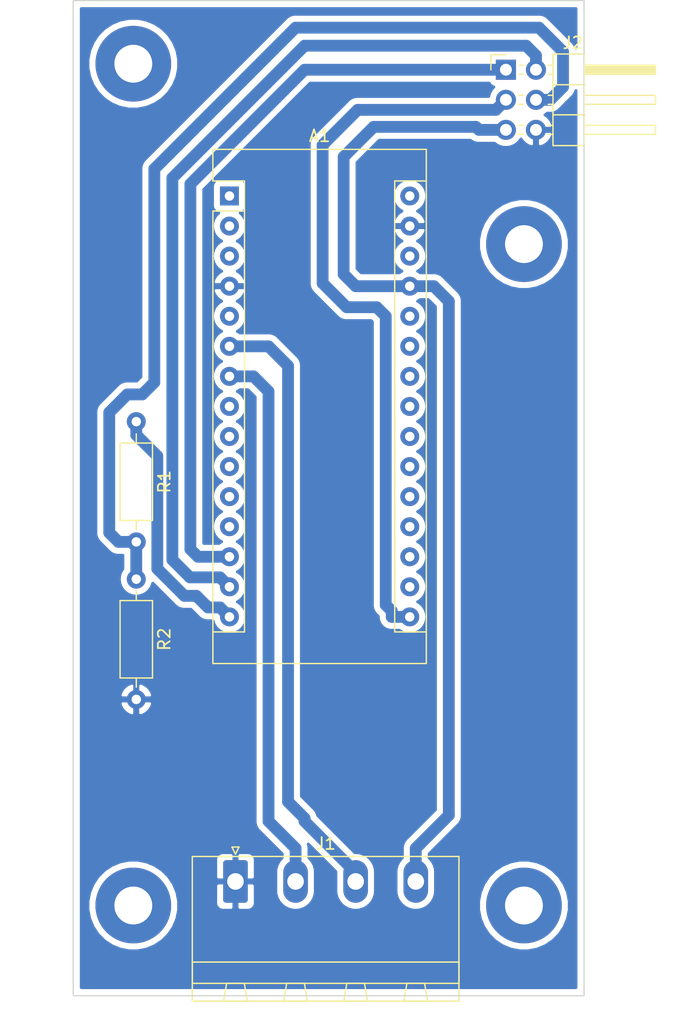
<source format=kicad_pcb>
(kicad_pcb (version 20171130) (host pcbnew "(5.1.2)-2")

  (general
    (thickness 1.6)
    (drawings 4)
    (tracks 71)
    (zones 0)
    (modules 9)
    (nets 31)
  )

  (page A4)
  (layers
    (0 F.Cu signal)
    (31 B.Cu signal)
    (32 B.Adhes user)
    (33 F.Adhes user)
    (34 B.Paste user)
    (35 F.Paste user)
    (36 B.SilkS user)
    (37 F.SilkS user)
    (38 B.Mask user)
    (39 F.Mask user)
    (40 Dwgs.User user)
    (41 Cmts.User user)
    (42 Eco1.User user)
    (43 Eco2.User user)
    (44 Edge.Cuts user)
    (45 Margin user)
    (46 B.CrtYd user)
    (47 F.CrtYd user)
    (48 B.Fab user)
    (49 F.Fab user)
  )

  (setup
    (last_trace_width 0.25)
    (trace_clearance 0.2)
    (zone_clearance 0.508)
    (zone_45_only no)
    (trace_min 0.2)
    (via_size 0.8)
    (via_drill 0.4)
    (via_min_size 0.4)
    (via_min_drill 0.3)
    (uvia_size 0.3)
    (uvia_drill 0.1)
    (uvias_allowed no)
    (uvia_min_size 0.2)
    (uvia_min_drill 0.1)
    (edge_width 0.05)
    (segment_width 0.2)
    (pcb_text_width 0.3)
    (pcb_text_size 1.5 1.5)
    (mod_edge_width 0.12)
    (mod_text_size 1 1)
    (mod_text_width 0.15)
    (pad_size 1.524 1.524)
    (pad_drill 0.762)
    (pad_to_mask_clearance 0.051)
    (solder_mask_min_width 0.25)
    (aux_axis_origin 0 0)
    (visible_elements 7FFFFFFF)
    (pcbplotparams
      (layerselection 0x010fc_ffffffff)
      (usegerberextensions false)
      (usegerberattributes false)
      (usegerberadvancedattributes false)
      (creategerberjobfile false)
      (excludeedgelayer true)
      (linewidth 0.100000)
      (plotframeref false)
      (viasonmask false)
      (mode 1)
      (useauxorigin false)
      (hpglpennumber 1)
      (hpglpenspeed 20)
      (hpglpendiameter 15.000000)
      (psnegative false)
      (psa4output false)
      (plotreference true)
      (plotvalue true)
      (plotinvisibletext false)
      (padsonsilk false)
      (subtractmaskfromsilk false)
      (outputformat 1)
      (mirror false)
      (drillshape 1)
      (scaleselection 1)
      (outputdirectory ""))
  )

  (net 0 "")
  (net 1 "Net-(A1-Pad15)")
  (net 2 "Net-(A1-Pad30)")
  (net 3 "Net-(A1-Pad28)")
  (net 4 "Net-(A1-Pad12)")
  (net 5 "Net-(A1-Pad11)")
  (net 6 "Net-(A1-Pad26)")
  (net 7 "Net-(A1-Pad10)")
  (net 8 "Net-(A1-Pad25)")
  (net 9 "Net-(A1-Pad9)")
  (net 10 "Net-(A1-Pad24)")
  (net 11 "Net-(A1-Pad8)")
  (net 12 "Net-(A1-Pad23)")
  (net 13 "Net-(A1-Pad7)")
  (net 14 "Net-(A1-Pad22)")
  (net 15 "Net-(A1-Pad6)")
  (net 16 "Net-(A1-Pad21)")
  (net 17 "Net-(A1-Pad5)")
  (net 18 "Net-(A1-Pad20)")
  (net 19 "Net-(A1-Pad19)")
  (net 20 "Net-(A1-Pad3)")
  (net 21 "Net-(A1-Pad18)")
  (net 22 "Net-(A1-Pad2)")
  (net 23 "Net-(A1-Pad17)")
  (net 24 "Net-(A1-Pad1)")
  (net 25 SCK)
  (net 26 GND)
  (net 27 CS)
  (net 28 +5V)
  (net 29 MISO)
  (net 30 MOSI)

  (net_class Default "To jest domyślna klasa połączeń."
    (clearance 0.2)
    (trace_width 0.25)
    (via_dia 0.8)
    (via_drill 0.4)
    (uvia_dia 0.3)
    (uvia_drill 0.1)
    (add_net +5V)
    (add_net CS)
    (add_net GND)
    (add_net MISO)
    (add_net MOSI)
    (add_net "Net-(A1-Pad1)")
    (add_net "Net-(A1-Pad10)")
    (add_net "Net-(A1-Pad11)")
    (add_net "Net-(A1-Pad12)")
    (add_net "Net-(A1-Pad15)")
    (add_net "Net-(A1-Pad17)")
    (add_net "Net-(A1-Pad18)")
    (add_net "Net-(A1-Pad19)")
    (add_net "Net-(A1-Pad2)")
    (add_net "Net-(A1-Pad20)")
    (add_net "Net-(A1-Pad21)")
    (add_net "Net-(A1-Pad22)")
    (add_net "Net-(A1-Pad23)")
    (add_net "Net-(A1-Pad24)")
    (add_net "Net-(A1-Pad25)")
    (add_net "Net-(A1-Pad26)")
    (add_net "Net-(A1-Pad28)")
    (add_net "Net-(A1-Pad3)")
    (add_net "Net-(A1-Pad30)")
    (add_net "Net-(A1-Pad5)")
    (add_net "Net-(A1-Pad6)")
    (add_net "Net-(A1-Pad7)")
    (add_net "Net-(A1-Pad8)")
    (add_net "Net-(A1-Pad9)")
    (add_net SCK)
  )

  (module Module:Arduino_Nano (layer F.Cu) (tedit 5EB9CA1E) (tstamp 5EB79258)
    (at 135.128 72.136)
    (descr "Arduino Nano, http://www.mouser.com/pdfdocs/Gravitech_Arduino_Nano3_0.pdf")
    (tags "Arduino Nano")
    (path /5EB793AF)
    (fp_text reference A1 (at 7.62 -5.08) (layer F.SilkS)
      (effects (font (size 1 1) (thickness 0.15)))
    )
    (fp_text value Arduino_Nano_v3.x (at 8.89 19.05 90) (layer F.Fab)
      (effects (font (size 1 1) (thickness 0.15)))
    )
    (fp_line (start 16.75 42.16) (end -1.53 42.16) (layer F.CrtYd) (width 0.05))
    (fp_line (start 16.75 42.16) (end 16.75 -4.06) (layer F.CrtYd) (width 0.05))
    (fp_line (start -1.53 -4.06) (end -1.53 42.16) (layer F.CrtYd) (width 0.05))
    (fp_line (start -1.53 -4.06) (end 16.75 -4.06) (layer F.CrtYd) (width 0.05))
    (fp_line (start 16.51 -3.81) (end 16.51 39.37) (layer F.Fab) (width 0.1))
    (fp_line (start 0 -3.81) (end 16.51 -3.81) (layer F.Fab) (width 0.1))
    (fp_line (start -1.27 -2.54) (end 0 -3.81) (layer F.Fab) (width 0.1))
    (fp_line (start -1.27 39.37) (end -1.27 -2.54) (layer F.Fab) (width 0.1))
    (fp_line (start 16.51 39.37) (end -1.27 39.37) (layer F.Fab) (width 0.1))
    (fp_line (start 16.64 -3.94) (end -1.4 -3.94) (layer F.SilkS) (width 0.12))
    (fp_line (start 16.64 39.5) (end 16.64 -3.94) (layer F.SilkS) (width 0.12))
    (fp_line (start -1.4 39.5) (end 16.64 39.5) (layer F.SilkS) (width 0.12))
    (fp_line (start 3.81 41.91) (end 3.81 31.75) (layer F.Fab) (width 0.1))
    (fp_line (start 11.43 41.91) (end 3.81 41.91) (layer F.Fab) (width 0.1))
    (fp_line (start 11.43 31.75) (end 11.43 41.91) (layer F.Fab) (width 0.1))
    (fp_line (start 3.81 31.75) (end 11.43 31.75) (layer F.Fab) (width 0.1))
    (fp_line (start 1.27 36.83) (end -1.4 36.83) (layer F.SilkS) (width 0.12))
    (fp_line (start 1.27 1.27) (end 1.27 36.83) (layer F.SilkS) (width 0.12))
    (fp_line (start 1.27 1.27) (end -1.4 1.27) (layer F.SilkS) (width 0.12))
    (fp_line (start 13.97 36.83) (end 16.64 36.83) (layer F.SilkS) (width 0.12))
    (fp_line (start 13.97 -1.27) (end 13.97 36.83) (layer F.SilkS) (width 0.12))
    (fp_line (start 13.97 -1.27) (end 16.64 -1.27) (layer F.SilkS) (width 0.12))
    (fp_line (start -1.4 -3.94) (end -1.4 -1.27) (layer F.SilkS) (width 0.12))
    (fp_line (start -1.4 1.27) (end -1.4 39.5) (layer F.SilkS) (width 0.12))
    (fp_line (start 1.27 -1.27) (end -1.4 -1.27) (layer F.SilkS) (width 0.12))
    (fp_line (start 1.27 1.27) (end 1.27 -1.27) (layer F.SilkS) (width 0.12))
    (fp_text user %R (at 6.35 19.05 90) (layer F.Fab)
      (effects (font (size 1 1) (thickness 0.15)))
    )
    (pad 16 thru_hole oval (at 15.24 35.56) (size 1.6 1.6) (drill 0.8) (layers *.Cu *.Mask)
      (net 25 SCK))
    (pad 15 thru_hole oval (at 0 35.56) (size 1.6 1.6) (drill 0.8) (layers *.Cu *.Mask)
      (net 1 "Net-(A1-Pad15)"))
    (pad 30 thru_hole oval (at 15.24 0) (size 1.6 1.6) (drill 0.8) (layers *.Cu *.Mask)
      (net 2 "Net-(A1-Pad30)"))
    (pad 14 thru_hole oval (at 0 33.02) (size 1.6 1.6) (drill 0.8) (layers *.Cu *.Mask)
      (net 30 MOSI))
    (pad 29 thru_hole oval (at 15.24 2.54) (size 1.6 1.6) (drill 0.8) (layers *.Cu *.Mask)
      (net 26 GND))
    (pad 13 thru_hole oval (at 0 30.48) (size 1.6 1.6) (drill 0.8) (layers *.Cu *.Mask)
      (net 27 CS))
    (pad 28 thru_hole oval (at 15.24 5.08) (size 1.6 1.6) (drill 0.8) (layers *.Cu *.Mask)
      (net 3 "Net-(A1-Pad28)"))
    (pad 12 thru_hole oval (at 0 27.94) (size 1.6 1.6) (drill 0.8) (layers *.Cu *.Mask)
      (net 4 "Net-(A1-Pad12)"))
    (pad 27 thru_hole oval (at 15.24 7.62) (size 1.6 1.6) (drill 0.8) (layers *.Cu *.Mask)
      (net 28 +5V))
    (pad 11 thru_hole oval (at 0 25.4) (size 1.6 1.6) (drill 0.8) (layers *.Cu *.Mask)
      (net 5 "Net-(A1-Pad11)"))
    (pad 26 thru_hole oval (at 15.24 10.16) (size 1.6 1.6) (drill 0.8) (layers *.Cu *.Mask)
      (net 6 "Net-(A1-Pad26)"))
    (pad 10 thru_hole oval (at 0 22.86) (size 1.6 1.6) (drill 0.8) (layers *.Cu *.Mask)
      (net 7 "Net-(A1-Pad10)"))
    (pad 25 thru_hole oval (at 15.24 12.7) (size 1.6 1.6) (drill 0.8) (layers *.Cu *.Mask)
      (net 8 "Net-(A1-Pad25)"))
    (pad 9 thru_hole oval (at 0 20.32) (size 1.6 1.6) (drill 0.8) (layers *.Cu *.Mask)
      (net 9 "Net-(A1-Pad9)"))
    (pad 24 thru_hole oval (at 15.24 15.24) (size 1.6 1.6) (drill 0.8) (layers *.Cu *.Mask)
      (net 10 "Net-(A1-Pad24)"))
    (pad 8 thru_hole oval (at 0 17.78) (size 1.6 1.6) (drill 0.8) (layers *.Cu *.Mask)
      (net 11 "Net-(A1-Pad8)"))
    (pad 23 thru_hole oval (at 15.24 17.78) (size 1.6 1.6) (drill 0.8) (layers *.Cu *.Mask)
      (net 12 "Net-(A1-Pad23)"))
    (pad 7 thru_hole oval (at 0 15.24) (size 1.6 1.6) (drill 0.8) (layers *.Cu *.Mask)
      (net 13 "Net-(A1-Pad7)"))
    (pad 22 thru_hole oval (at 15.24 20.32) (size 1.6 1.6) (drill 0.8) (layers *.Cu *.Mask)
      (net 14 "Net-(A1-Pad22)"))
    (pad 6 thru_hole oval (at 0 12.7) (size 1.6 1.6) (drill 0.8) (layers *.Cu *.Mask)
      (net 15 "Net-(A1-Pad6)"))
    (pad 21 thru_hole oval (at 15.24 22.86) (size 1.6 1.6) (drill 0.8) (layers *.Cu *.Mask)
      (net 16 "Net-(A1-Pad21)"))
    (pad 5 thru_hole oval (at 0 10.16) (size 1.6 1.6) (drill 0.8) (layers *.Cu *.Mask)
      (net 17 "Net-(A1-Pad5)"))
    (pad 20 thru_hole oval (at 15.24 25.4) (size 1.6 1.6) (drill 0.8) (layers *.Cu *.Mask)
      (net 18 "Net-(A1-Pad20)"))
    (pad 4 thru_hole oval (at 0 7.62) (size 1.6 1.6) (drill 0.8) (layers *.Cu *.Mask)
      (net 26 GND))
    (pad 19 thru_hole oval (at 15.24 27.94) (size 1.6 1.6) (drill 0.8) (layers *.Cu *.Mask)
      (net 19 "Net-(A1-Pad19)"))
    (pad 3 thru_hole oval (at 0 5.08) (size 1.6 1.6) (drill 0.8) (layers *.Cu *.Mask)
      (net 20 "Net-(A1-Pad3)"))
    (pad 18 thru_hole oval (at 15.24 30.48) (size 1.6 1.6) (drill 0.8) (layers *.Cu *.Mask)
      (net 21 "Net-(A1-Pad18)"))
    (pad 2 thru_hole oval (at 0 2.54) (size 1.6 1.6) (drill 0.8) (layers *.Cu *.Mask)
      (net 22 "Net-(A1-Pad2)"))
    (pad 17 thru_hole oval (at 15.24 33.02) (size 1.6 1.6) (drill 0.8) (layers *.Cu *.Mask)
      (net 23 "Net-(A1-Pad17)"))
    (pad 1 thru_hole rect (at 0 0) (size 1.6 1.6) (drill 0.8) (layers *.Cu *.Mask)
      (net 24 "Net-(A1-Pad1)"))
    (model ${KISYS3DMOD}/Module.3dshapes/Arduino_Nano_WithMountingHoles.wrl
      (at (xyz 0 0 0))
      (scale (xyz 1 1 1))
      (rotate (xyz 0 0 0))
    )
    (model ${KISYS3DMOD}/Connector_PinSocket_2.54mm.3dshapes/PinSocket_1x15_P2.54mm_Vertical.step
      (offset (xyz 15 0 0))
      (scale (xyz 1 1 1))
      (rotate (xyz 0 0 0))
    )
    (model ${KISYS3DMOD}/Connector_PinSocket_2.54mm.3dshapes/PinSocket_1x15_P2.54mm_Vertical.step
      (at (xyz 0 0 0))
      (scale (xyz 1 1 1))
      (rotate (xyz 0 0 0))
    )
    (model "${KISYS3DMOD}/Arduino.3dshapes/arduino nano.STEP"
      (offset (xyz 0 0 7.5))
      (scale (xyz 1 1 1))
      (rotate (xyz -90 0 90))
    )
  )

  (module MountingHole:MountingHole_3.2mm_M3_Pad (layer F.Cu) (tedit 56D1B4CB) (tstamp 5EB8019D)
    (at 127 60.96)
    (descr "Mounting Hole 3.2mm, M3")
    (tags "mounting hole 3.2mm m3")
    (attr virtual)
    (fp_text reference " " (at 0 -4.2) (layer F.SilkS)
      (effects (font (size 1 1) (thickness 0.15)))
    )
    (fp_text value MountingHole_3.2mm_M3_Pad (at 0 4.2) (layer F.Fab)
      (effects (font (size 1 1) (thickness 0.15)))
    )
    (fp_circle (center 0 0) (end 3.45 0) (layer F.CrtYd) (width 0.05))
    (fp_circle (center 0 0) (end 3.2 0) (layer Cmts.User) (width 0.15))
    (fp_text user %R (at 0.3 0) (layer F.Fab)
      (effects (font (size 1 1) (thickness 0.15)))
    )
    (pad 1 thru_hole circle (at 0 0) (size 6.4 6.4) (drill 3.2) (layers *.Cu *.Mask))
  )

  (module MountingHole:MountingHole_3.2mm_M3_Pad (layer F.Cu) (tedit 56D1B4CB) (tstamp 5EB80180)
    (at 160.02 76.2)
    (descr "Mounting Hole 3.2mm, M3")
    (tags "mounting hole 3.2mm m3")
    (attr virtual)
    (fp_text reference " " (at 0 -4.2) (layer F.SilkS)
      (effects (font (size 1 1) (thickness 0.15)))
    )
    (fp_text value MountingHole_3.2mm_M3_Pad (at 0 4.2) (layer F.Fab)
      (effects (font (size 1 1) (thickness 0.15)))
    )
    (fp_circle (center 0 0) (end 3.45 0) (layer F.CrtYd) (width 0.05))
    (fp_circle (center 0 0) (end 3.2 0) (layer Cmts.User) (width 0.15))
    (fp_text user %R (at 0.3 0) (layer F.Fab)
      (effects (font (size 1 1) (thickness 0.15)))
    )
    (pad 1 thru_hole circle (at 0 0) (size 6.4 6.4) (drill 3.2) (layers *.Cu *.Mask))
  )

  (module MountingHole:MountingHole_3.2mm_M3_Pad (layer F.Cu) (tedit 56D1B4CB) (tstamp 5EB80163)
    (at 127 132.08)
    (descr "Mounting Hole 3.2mm, M3")
    (tags "mounting hole 3.2mm m3")
    (attr virtual)
    (fp_text reference " " (at 0 -4.2) (layer F.SilkS)
      (effects (font (size 1 1) (thickness 0.15)))
    )
    (fp_text value MountingHole_3.2mm_M3_Pad (at 0 4.2) (layer F.Fab)
      (effects (font (size 1 1) (thickness 0.15)))
    )
    (fp_circle (center 0 0) (end 3.45 0) (layer F.CrtYd) (width 0.05))
    (fp_circle (center 0 0) (end 3.2 0) (layer Cmts.User) (width 0.15))
    (fp_text user %R (at 0.3 0) (layer F.Fab)
      (effects (font (size 1 1) (thickness 0.15)))
    )
    (pad 1 thru_hole circle (at 0 0) (size 6.4 6.4) (drill 3.2) (layers *.Cu *.Mask))
  )

  (module MountingHole:MountingHole_3.2mm_M3_Pad (layer F.Cu) (tedit 56D1B4CB) (tstamp 5EB80146)
    (at 160.02 132.08)
    (descr "Mounting Hole 3.2mm, M3")
    (tags "mounting hole 3.2mm m3")
    (attr virtual)
    (fp_text reference " " (at 0 -4.2) (layer F.SilkS)
      (effects (font (size 1 1) (thickness 0.15)))
    )
    (fp_text value MountingHole_3.2mm_M3_Pad (at 0 4.2) (layer F.Fab)
      (effects (font (size 1 1) (thickness 0.15)))
    )
    (fp_circle (center 0 0) (end 3.45 0) (layer F.CrtYd) (width 0.05))
    (fp_circle (center 0 0) (end 3.2 0) (layer Cmts.User) (width 0.15))
    (fp_text user %R (at 0.3 0) (layer F.Fab)
      (effects (font (size 1 1) (thickness 0.15)))
    )
    (pad 1 thru_hole circle (at 0 0) (size 6.4 6.4) (drill 3.2) (layers *.Cu *.Mask))
  )

  (module Connector_Phoenix_MSTB:PhoenixContact_MSTBA_2,5_4-G-5,08_1x04_P5.08mm_Horizontal (layer F.Cu) (tedit 5B785047) (tstamp 5EB7E646)
    (at 135.636 130.048)
    (descr "Generic Phoenix Contact connector footprint for: MSTBA_2,5/4-G-5,08; number of pins: 04; pin pitch: 5.08mm; Angled || order number: 1757268 12A || order number: 1923885 16A (HC)")
    (tags "phoenix_contact connector MSTBA_01x04_G_5.08mm")
    (path /5EB7B9D2)
    (fp_text reference J1 (at 7.62 -3.2) (layer F.SilkS)
      (effects (font (size 1 1) (thickness 0.15)))
    )
    (fp_text value Conn_01x04 (at 7.62 11.2) (layer F.Fab)
      (effects (font (size 1 1) (thickness 0.15)))
    )
    (fp_text user %R (at 7.62 -1.3) (layer F.Fab)
      (effects (font (size 1 1) (thickness 0.15)))
    )
    (fp_line (start 0 -0.5) (end -0.95 -2) (layer F.Fab) (width 0.1))
    (fp_line (start 0.95 -2) (end 0 -0.5) (layer F.Fab) (width 0.1))
    (fp_line (start -0.3 -2.91) (end 0.3 -2.91) (layer F.SilkS) (width 0.12))
    (fp_line (start 0 -2.31) (end -0.3 -2.91) (layer F.SilkS) (width 0.12))
    (fp_line (start 0.3 -2.91) (end 0 -2.31) (layer F.SilkS) (width 0.12))
    (fp_line (start 19.28 -2.5) (end -4.04 -2.5) (layer F.CrtYd) (width 0.05))
    (fp_line (start 19.28 10.5) (end 19.28 -2.5) (layer F.CrtYd) (width 0.05))
    (fp_line (start -4.04 10.5) (end 19.28 10.5) (layer F.CrtYd) (width 0.05))
    (fp_line (start -4.04 -2.5) (end -4.04 10.5) (layer F.CrtYd) (width 0.05))
    (fp_line (start 14.49 8.61) (end 14.24 10.11) (layer F.SilkS) (width 0.12))
    (fp_line (start 15.99 8.61) (end 14.49 8.61) (layer F.SilkS) (width 0.12))
    (fp_line (start 16.24 10.11) (end 15.99 8.61) (layer F.SilkS) (width 0.12))
    (fp_line (start 14.24 10.11) (end 16.24 10.11) (layer F.SilkS) (width 0.12))
    (fp_line (start 9.41 8.61) (end 9.16 10.11) (layer F.SilkS) (width 0.12))
    (fp_line (start 10.91 8.61) (end 9.41 8.61) (layer F.SilkS) (width 0.12))
    (fp_line (start 11.16 10.11) (end 10.91 8.61) (layer F.SilkS) (width 0.12))
    (fp_line (start 9.16 10.11) (end 11.16 10.11) (layer F.SilkS) (width 0.12))
    (fp_line (start 4.33 8.61) (end 4.08 10.11) (layer F.SilkS) (width 0.12))
    (fp_line (start 5.83 8.61) (end 4.33 8.61) (layer F.SilkS) (width 0.12))
    (fp_line (start 6.08 10.11) (end 5.83 8.61) (layer F.SilkS) (width 0.12))
    (fp_line (start 4.08 10.11) (end 6.08 10.11) (layer F.SilkS) (width 0.12))
    (fp_line (start -0.75 8.61) (end -1 10.11) (layer F.SilkS) (width 0.12))
    (fp_line (start 0.75 8.61) (end -0.75 8.61) (layer F.SilkS) (width 0.12))
    (fp_line (start 1 10.11) (end 0.75 8.61) (layer F.SilkS) (width 0.12))
    (fp_line (start -1 10.11) (end 1 10.11) (layer F.SilkS) (width 0.12))
    (fp_line (start 18.89 8.61) (end -3.65 8.61) (layer F.SilkS) (width 0.12))
    (fp_line (start 18.89 6.81) (end 18.89 8.61) (layer F.SilkS) (width 0.12))
    (fp_line (start -3.65 6.81) (end 18.89 6.81) (layer F.SilkS) (width 0.12))
    (fp_line (start -3.65 8.61) (end -3.65 6.81) (layer F.SilkS) (width 0.12))
    (fp_line (start 18.78 -2) (end -3.54 -2) (layer F.Fab) (width 0.1))
    (fp_line (start 18.78 10) (end 18.78 -2) (layer F.Fab) (width 0.1))
    (fp_line (start -3.54 10) (end 18.78 10) (layer F.Fab) (width 0.1))
    (fp_line (start -3.54 -2) (end -3.54 10) (layer F.Fab) (width 0.1))
    (fp_line (start 18.89 -2.11) (end -3.65 -2.11) (layer F.SilkS) (width 0.12))
    (fp_line (start 18.89 10.11) (end 18.89 -2.11) (layer F.SilkS) (width 0.12))
    (fp_line (start -3.65 10.11) (end 18.89 10.11) (layer F.SilkS) (width 0.12))
    (fp_line (start -3.65 -2.11) (end -3.65 10.11) (layer F.SilkS) (width 0.12))
    (pad 4 thru_hole oval (at 15.24 0) (size 2.08 3.6) (drill 1.4) (layers *.Cu *.Mask)
      (net 28 +5V))
    (pad 3 thru_hole oval (at 10.16 0) (size 2.08 3.6) (drill 1.4) (layers *.Cu *.Mask)
      (net 15 "Net-(A1-Pad6)"))
    (pad 2 thru_hole oval (at 5.08 0) (size 2.08 3.6) (drill 1.4) (layers *.Cu *.Mask)
      (net 13 "Net-(A1-Pad7)"))
    (pad 1 thru_hole roundrect (at 0 0) (size 2.08 3.6) (drill 1.4) (layers *.Cu *.Mask) (roundrect_rratio 0.120192)
      (net 26 GND))
    (model ${KISYS3DMOD}/Connector_Phoenix_MSTB.3dshapes/PhoenixContact_MSTBA_2,5_4-G-5,08_1x04_P5.08mm_Horizontal.wrl
      (at (xyz 0 0 0))
      (scale (xyz 1 1 1))
      (rotate (xyz 0 0 0))
    )
  )

  (module Resistor_THT:R_Axial_DIN0207_L6.3mm_D2.5mm_P10.16mm_Horizontal (layer F.Cu) (tedit 5AE5139B) (tstamp 5EB7E6BD)
    (at 127.252 104.508 270)
    (descr "Resistor, Axial_DIN0207 series, Axial, Horizontal, pin pitch=10.16mm, 0.25W = 1/4W, length*diameter=6.3*2.5mm^2, http://cdn-reichelt.de/documents/datenblatt/B400/1_4W%23YAG.pdf")
    (tags "Resistor Axial_DIN0207 series Axial Horizontal pin pitch 10.16mm 0.25W = 1/4W length 6.3mm diameter 2.5mm")
    (path /5EB7CC99)
    (fp_text reference R2 (at 5.08 -2.37 90) (layer F.SilkS)
      (effects (font (size 1 1) (thickness 0.15)))
    )
    (fp_text value R (at 5.08 2.37 90) (layer F.Fab)
      (effects (font (size 1 1) (thickness 0.15)))
    )
    (fp_text user %R (at 5.08 0 90) (layer F.Fab)
      (effects (font (size 1 1) (thickness 0.15)))
    )
    (fp_line (start 11.21 -1.5) (end -1.05 -1.5) (layer F.CrtYd) (width 0.05))
    (fp_line (start 11.21 1.5) (end 11.21 -1.5) (layer F.CrtYd) (width 0.05))
    (fp_line (start -1.05 1.5) (end 11.21 1.5) (layer F.CrtYd) (width 0.05))
    (fp_line (start -1.05 -1.5) (end -1.05 1.5) (layer F.CrtYd) (width 0.05))
    (fp_line (start 9.12 0) (end 8.35 0) (layer F.SilkS) (width 0.12))
    (fp_line (start 1.04 0) (end 1.81 0) (layer F.SilkS) (width 0.12))
    (fp_line (start 8.35 -1.37) (end 1.81 -1.37) (layer F.SilkS) (width 0.12))
    (fp_line (start 8.35 1.37) (end 8.35 -1.37) (layer F.SilkS) (width 0.12))
    (fp_line (start 1.81 1.37) (end 8.35 1.37) (layer F.SilkS) (width 0.12))
    (fp_line (start 1.81 -1.37) (end 1.81 1.37) (layer F.SilkS) (width 0.12))
    (fp_line (start 10.16 0) (end 8.23 0) (layer F.Fab) (width 0.1))
    (fp_line (start 0 0) (end 1.93 0) (layer F.Fab) (width 0.1))
    (fp_line (start 8.23 -1.25) (end 1.93 -1.25) (layer F.Fab) (width 0.1))
    (fp_line (start 8.23 1.25) (end 8.23 -1.25) (layer F.Fab) (width 0.1))
    (fp_line (start 1.93 1.25) (end 8.23 1.25) (layer F.Fab) (width 0.1))
    (fp_line (start 1.93 -1.25) (end 1.93 1.25) (layer F.Fab) (width 0.1))
    (pad 2 thru_hole oval (at 10.16 0 270) (size 1.6 1.6) (drill 0.8) (layers *.Cu *.Mask)
      (net 26 GND))
    (pad 1 thru_hole circle (at 0 0 270) (size 1.6 1.6) (drill 0.8) (layers *.Cu *.Mask)
      (net 29 MISO))
    (model ${KISYS3DMOD}/Resistor_THT.3dshapes/R_Axial_DIN0207_L6.3mm_D2.5mm_P10.16mm_Horizontal.wrl
      (at (xyz 0 0 0))
      (scale (xyz 1 1 1))
      (rotate (xyz 0 0 0))
    )
  )

  (module Resistor_THT:R_Axial_DIN0207_L6.3mm_D2.5mm_P10.16mm_Horizontal (layer F.Cu) (tedit 5AE5139B) (tstamp 5EB7E6A6)
    (at 127.252 91.198 270)
    (descr "Resistor, Axial_DIN0207 series, Axial, Horizontal, pin pitch=10.16mm, 0.25W = 1/4W, length*diameter=6.3*2.5mm^2, http://cdn-reichelt.de/documents/datenblatt/B400/1_4W%23YAG.pdf")
    (tags "Resistor Axial_DIN0207 series Axial Horizontal pin pitch 10.16mm 0.25W = 1/4W length 6.3mm diameter 2.5mm")
    (path /5EB7C9D3)
    (fp_text reference R1 (at 5.08 -2.37 90) (layer F.SilkS)
      (effects (font (size 1 1) (thickness 0.15)))
    )
    (fp_text value R (at 5.08 2.37 90) (layer F.Fab)
      (effects (font (size 1 1) (thickness 0.15)))
    )
    (fp_text user %R (at 5.08 0 90) (layer F.Fab)
      (effects (font (size 1 1) (thickness 0.15)))
    )
    (fp_line (start 11.21 -1.5) (end -1.05 -1.5) (layer F.CrtYd) (width 0.05))
    (fp_line (start 11.21 1.5) (end 11.21 -1.5) (layer F.CrtYd) (width 0.05))
    (fp_line (start -1.05 1.5) (end 11.21 1.5) (layer F.CrtYd) (width 0.05))
    (fp_line (start -1.05 -1.5) (end -1.05 1.5) (layer F.CrtYd) (width 0.05))
    (fp_line (start 9.12 0) (end 8.35 0) (layer F.SilkS) (width 0.12))
    (fp_line (start 1.04 0) (end 1.81 0) (layer F.SilkS) (width 0.12))
    (fp_line (start 8.35 -1.37) (end 1.81 -1.37) (layer F.SilkS) (width 0.12))
    (fp_line (start 8.35 1.37) (end 8.35 -1.37) (layer F.SilkS) (width 0.12))
    (fp_line (start 1.81 1.37) (end 8.35 1.37) (layer F.SilkS) (width 0.12))
    (fp_line (start 1.81 -1.37) (end 1.81 1.37) (layer F.SilkS) (width 0.12))
    (fp_line (start 10.16 0) (end 8.23 0) (layer F.Fab) (width 0.1))
    (fp_line (start 0 0) (end 1.93 0) (layer F.Fab) (width 0.1))
    (fp_line (start 8.23 -1.25) (end 1.93 -1.25) (layer F.Fab) (width 0.1))
    (fp_line (start 8.23 1.25) (end 8.23 -1.25) (layer F.Fab) (width 0.1))
    (fp_line (start 1.93 1.25) (end 8.23 1.25) (layer F.Fab) (width 0.1))
    (fp_line (start 1.93 -1.25) (end 1.93 1.25) (layer F.Fab) (width 0.1))
    (pad 2 thru_hole oval (at 10.16 0 270) (size 1.6 1.6) (drill 0.8) (layers *.Cu *.Mask)
      (net 29 MISO))
    (pad 1 thru_hole circle (at 0 0 270) (size 1.6 1.6) (drill 0.8) (layers *.Cu *.Mask)
      (net 1 "Net-(A1-Pad15)"))
    (model ${KISYS3DMOD}/Resistor_THT.3dshapes/R_Axial_DIN0207_L6.3mm_D2.5mm_P10.16mm_Horizontal.wrl
      (at (xyz 0 0 0))
      (scale (xyz 1 1 1))
      (rotate (xyz 0 0 0))
    )
  )

  (module Connector_PinHeader_2.54mm:PinHeader_2x03_P2.54mm_Horizontal (layer F.Cu) (tedit 59FED5CB) (tstamp 5EB7E68F)
    (at 158.496 61.468)
    (descr "Through hole angled pin header, 2x03, 2.54mm pitch, 6mm pin length, double rows")
    (tags "Through hole angled pin header THT 2x03 2.54mm double row")
    (path /5EB7A0A9)
    (fp_text reference J2 (at 5.655 -2.27) (layer F.SilkS)
      (effects (font (size 1 1) (thickness 0.15)))
    )
    (fp_text value Conn_02x03_Odd_Even (at 5.655 7.35) (layer F.Fab)
      (effects (font (size 1 1) (thickness 0.15)))
    )
    (fp_text user %R (at 5.31 2.54 90) (layer F.Fab)
      (effects (font (size 1 1) (thickness 0.15)))
    )
    (fp_line (start 13.1 -1.8) (end -1.8 -1.8) (layer F.CrtYd) (width 0.05))
    (fp_line (start 13.1 6.85) (end 13.1 -1.8) (layer F.CrtYd) (width 0.05))
    (fp_line (start -1.8 6.85) (end 13.1 6.85) (layer F.CrtYd) (width 0.05))
    (fp_line (start -1.8 -1.8) (end -1.8 6.85) (layer F.CrtYd) (width 0.05))
    (fp_line (start -1.27 -1.27) (end 0 -1.27) (layer F.SilkS) (width 0.12))
    (fp_line (start -1.27 0) (end -1.27 -1.27) (layer F.SilkS) (width 0.12))
    (fp_line (start 1.042929 5.46) (end 1.497071 5.46) (layer F.SilkS) (width 0.12))
    (fp_line (start 1.042929 4.7) (end 1.497071 4.7) (layer F.SilkS) (width 0.12))
    (fp_line (start 3.582929 5.46) (end 3.98 5.46) (layer F.SilkS) (width 0.12))
    (fp_line (start 3.582929 4.7) (end 3.98 4.7) (layer F.SilkS) (width 0.12))
    (fp_line (start 12.64 5.46) (end 6.64 5.46) (layer F.SilkS) (width 0.12))
    (fp_line (start 12.64 4.7) (end 12.64 5.46) (layer F.SilkS) (width 0.12))
    (fp_line (start 6.64 4.7) (end 12.64 4.7) (layer F.SilkS) (width 0.12))
    (fp_line (start 3.98 3.81) (end 6.64 3.81) (layer F.SilkS) (width 0.12))
    (fp_line (start 1.042929 2.92) (end 1.497071 2.92) (layer F.SilkS) (width 0.12))
    (fp_line (start 1.042929 2.16) (end 1.497071 2.16) (layer F.SilkS) (width 0.12))
    (fp_line (start 3.582929 2.92) (end 3.98 2.92) (layer F.SilkS) (width 0.12))
    (fp_line (start 3.582929 2.16) (end 3.98 2.16) (layer F.SilkS) (width 0.12))
    (fp_line (start 12.64 2.92) (end 6.64 2.92) (layer F.SilkS) (width 0.12))
    (fp_line (start 12.64 2.16) (end 12.64 2.92) (layer F.SilkS) (width 0.12))
    (fp_line (start 6.64 2.16) (end 12.64 2.16) (layer F.SilkS) (width 0.12))
    (fp_line (start 3.98 1.27) (end 6.64 1.27) (layer F.SilkS) (width 0.12))
    (fp_line (start 1.11 0.38) (end 1.497071 0.38) (layer F.SilkS) (width 0.12))
    (fp_line (start 1.11 -0.38) (end 1.497071 -0.38) (layer F.SilkS) (width 0.12))
    (fp_line (start 3.582929 0.38) (end 3.98 0.38) (layer F.SilkS) (width 0.12))
    (fp_line (start 3.582929 -0.38) (end 3.98 -0.38) (layer F.SilkS) (width 0.12))
    (fp_line (start 6.64 0.28) (end 12.64 0.28) (layer F.SilkS) (width 0.12))
    (fp_line (start 6.64 0.16) (end 12.64 0.16) (layer F.SilkS) (width 0.12))
    (fp_line (start 6.64 0.04) (end 12.64 0.04) (layer F.SilkS) (width 0.12))
    (fp_line (start 6.64 -0.08) (end 12.64 -0.08) (layer F.SilkS) (width 0.12))
    (fp_line (start 6.64 -0.2) (end 12.64 -0.2) (layer F.SilkS) (width 0.12))
    (fp_line (start 6.64 -0.32) (end 12.64 -0.32) (layer F.SilkS) (width 0.12))
    (fp_line (start 12.64 0.38) (end 6.64 0.38) (layer F.SilkS) (width 0.12))
    (fp_line (start 12.64 -0.38) (end 12.64 0.38) (layer F.SilkS) (width 0.12))
    (fp_line (start 6.64 -0.38) (end 12.64 -0.38) (layer F.SilkS) (width 0.12))
    (fp_line (start 6.64 -1.33) (end 3.98 -1.33) (layer F.SilkS) (width 0.12))
    (fp_line (start 6.64 6.41) (end 6.64 -1.33) (layer F.SilkS) (width 0.12))
    (fp_line (start 3.98 6.41) (end 6.64 6.41) (layer F.SilkS) (width 0.12))
    (fp_line (start 3.98 -1.33) (end 3.98 6.41) (layer F.SilkS) (width 0.12))
    (fp_line (start 6.58 5.4) (end 12.58 5.4) (layer F.Fab) (width 0.1))
    (fp_line (start 12.58 4.76) (end 12.58 5.4) (layer F.Fab) (width 0.1))
    (fp_line (start 6.58 4.76) (end 12.58 4.76) (layer F.Fab) (width 0.1))
    (fp_line (start -0.32 5.4) (end 4.04 5.4) (layer F.Fab) (width 0.1))
    (fp_line (start -0.32 4.76) (end -0.32 5.4) (layer F.Fab) (width 0.1))
    (fp_line (start -0.32 4.76) (end 4.04 4.76) (layer F.Fab) (width 0.1))
    (fp_line (start 6.58 2.86) (end 12.58 2.86) (layer F.Fab) (width 0.1))
    (fp_line (start 12.58 2.22) (end 12.58 2.86) (layer F.Fab) (width 0.1))
    (fp_line (start 6.58 2.22) (end 12.58 2.22) (layer F.Fab) (width 0.1))
    (fp_line (start -0.32 2.86) (end 4.04 2.86) (layer F.Fab) (width 0.1))
    (fp_line (start -0.32 2.22) (end -0.32 2.86) (layer F.Fab) (width 0.1))
    (fp_line (start -0.32 2.22) (end 4.04 2.22) (layer F.Fab) (width 0.1))
    (fp_line (start 6.58 0.32) (end 12.58 0.32) (layer F.Fab) (width 0.1))
    (fp_line (start 12.58 -0.32) (end 12.58 0.32) (layer F.Fab) (width 0.1))
    (fp_line (start 6.58 -0.32) (end 12.58 -0.32) (layer F.Fab) (width 0.1))
    (fp_line (start -0.32 0.32) (end 4.04 0.32) (layer F.Fab) (width 0.1))
    (fp_line (start -0.32 -0.32) (end -0.32 0.32) (layer F.Fab) (width 0.1))
    (fp_line (start -0.32 -0.32) (end 4.04 -0.32) (layer F.Fab) (width 0.1))
    (fp_line (start 4.04 -0.635) (end 4.675 -1.27) (layer F.Fab) (width 0.1))
    (fp_line (start 4.04 6.35) (end 4.04 -0.635) (layer F.Fab) (width 0.1))
    (fp_line (start 6.58 6.35) (end 4.04 6.35) (layer F.Fab) (width 0.1))
    (fp_line (start 6.58 -1.27) (end 6.58 6.35) (layer F.Fab) (width 0.1))
    (fp_line (start 4.675 -1.27) (end 6.58 -1.27) (layer F.Fab) (width 0.1))
    (pad 6 thru_hole oval (at 2.54 5.08) (size 1.7 1.7) (drill 1) (layers *.Cu *.Mask)
      (net 26 GND))
    (pad 5 thru_hole oval (at 0 5.08) (size 1.7 1.7) (drill 1) (layers *.Cu *.Mask)
      (net 28 +5V))
    (pad 4 thru_hole oval (at 2.54 2.54) (size 1.7 1.7) (drill 1) (layers *.Cu *.Mask)
      (net 29 MISO))
    (pad 3 thru_hole oval (at 0 2.54) (size 1.7 1.7) (drill 1) (layers *.Cu *.Mask)
      (net 25 SCK))
    (pad 2 thru_hole oval (at 2.54 0) (size 1.7 1.7) (drill 1) (layers *.Cu *.Mask)
      (net 30 MOSI))
    (pad 1 thru_hole rect (at 0 0) (size 1.7 1.7) (drill 1) (layers *.Cu *.Mask)
      (net 27 CS))
    (model ${KISYS3DMOD}/Connector_PinHeader_2.54mm.3dshapes/PinHeader_2x03_P2.54mm_Horizontal.wrl
      (at (xyz 0 0 0))
      (scale (xyz 1 1 1))
      (rotate (xyz 0 0 0))
    )
  )

  (gr_line (start 121.92 55.626) (end 121.92 139.7) (layer Edge.Cuts) (width 0.1))
  (gr_line (start 165.1 55.626) (end 121.92 55.626) (layer Edge.Cuts) (width 0.1))
  (gr_line (start 165.1 139.7) (end 165.1 55.626) (layer Edge.Cuts) (width 0.1))
  (gr_line (start 121.92 139.7) (end 165.1 139.7) (layer Edge.Cuts) (width 0.1))

  (segment (start 127.252 92.32937) (end 129.032 94.10937) (width 1) (layer B.Cu) (net 1))
  (segment (start 127.252 91.198) (end 127.252 92.32937) (width 1) (layer B.Cu) (net 1))
  (segment (start 129.032 94.10937) (end 129.032 103.632) (width 1) (layer B.Cu) (net 1))
  (segment (start 129.032 103.632) (end 131.318 105.918) (width 1) (layer B.Cu) (net 1))
  (segment (start 131.318 105.918) (end 132.334 105.918) (width 1) (layer B.Cu) (net 1))
  (segment (start 133.312001 106.896001) (end 132.334 105.918) (width 1) (layer B.Cu) (net 1))
  (segment (start 134.328001 106.896001) (end 133.312001 106.896001) (width 1) (layer B.Cu) (net 1))
  (segment (start 135.128 107.696) (end 134.328001 106.896001) (width 1) (layer B.Cu) (net 1))
  (segment (start 140.716 127.248) (end 140.716 130.048) (width 1) (layer B.Cu) (net 13))
  (segment (start 138.43 124.962) (end 140.716 127.248) (width 1) (layer B.Cu) (net 13))
  (segment (start 138.43 88.646) (end 138.43 124.962) (width 1) (layer B.Cu) (net 13))
  (segment (start 135.128 87.376) (end 137.16 87.376) (width 1) (layer B.Cu) (net 13))
  (segment (start 137.16 87.376) (end 138.43 88.646) (width 1) (layer B.Cu) (net 13))
  (segment (start 145.796 129.288) (end 145.796 130.048) (width 1) (layer B.Cu) (net 15))
  (segment (start 141.478 124.97) (end 145.796 129.288) (width 1) (layer B.Cu) (net 15))
  (segment (start 135.128 84.836) (end 138.43 84.836) (width 1) (layer B.Cu) (net 15))
  (segment (start 141.478 124.97) (end 141.478 124.714) (width 1) (layer B.Cu) (net 15))
  (segment (start 140.081 123.317) (end 140.081 86.487) (width 1) (layer B.Cu) (net 15))
  (segment (start 141.478 124.714) (end 140.081 123.317) (width 1) (layer B.Cu) (net 15))
  (segment (start 138.43 84.836) (end 140.081 86.487) (width 1) (layer B.Cu) (net 15))
  (segment (start 158.496 64.008) (end 157.646001 64.857999) (width 1) (layer B.Cu) (net 25))
  (segment (start 157.646001 64.857999) (end 145.962001 64.857999) (width 1) (layer B.Cu) (net 25))
  (segment (start 150.368 107.696) (end 148.844 107.696) (width 1) (layer B.Cu) (net 25))
  (segment (start 148.844 107.696) (end 148.844 107.188) (width 1) (layer B.Cu) (net 25))
  (segment (start 148.844 107.188) (end 148.336 106.68) (width 1) (layer B.Cu) (net 25))
  (segment (start 148.336 106.68) (end 148.336 82.296) (width 1) (layer B.Cu) (net 25))
  (segment (start 148.336 82.296) (end 147.574 81.534) (width 1) (layer B.Cu) (net 25))
  (segment (start 147.574 81.534) (end 145.034 81.534) (width 1) (layer B.Cu) (net 25))
  (segment (start 143.002 79.502) (end 143.002 67.818) (width 1) (layer B.Cu) (net 25))
  (segment (start 145.034 81.534) (end 143.002 79.502) (width 1) (layer B.Cu) (net 25))
  (segment (start 145.962001 64.857999) (end 143.002 67.818) (width 1) (layer B.Cu) (net 25))
  (segment (start 141.478 61.468) (end 158.496 61.468) (width 1) (layer B.Cu) (net 27))
  (segment (start 131.826 71.12) (end 141.478 61.468) (width 1) (layer B.Cu) (net 27))
  (segment (start 131.826 101.981) (end 131.826 71.12) (width 1) (layer B.Cu) (net 27))
  (segment (start 135.128 102.616) (end 132.461 102.616) (width 1) (layer B.Cu) (net 27))
  (segment (start 132.461 102.616) (end 131.826 101.981) (width 1) (layer B.Cu) (net 27))
  (segment (start 152.4 79.756) (end 150.368 79.756) (width 1) (layer B.Cu) (net 28))
  (segment (start 150.876 127.248) (end 153.67 124.454) (width 1) (layer B.Cu) (net 28))
  (segment (start 150.876 130.048) (end 150.876 127.248) (width 1) (layer B.Cu) (net 28))
  (segment (start 153.67 124.454) (end 153.67 81.026) (width 1) (layer B.Cu) (net 28))
  (segment (start 153.67 81.026) (end 153.289 80.645) (width 1) (layer B.Cu) (net 28))
  (segment (start 153.289 80.645) (end 152.4 79.756) (width 1) (layer B.Cu) (net 28))
  (segment (start 145.796 79.756) (end 150.368 79.756) (width 1) (layer B.Cu) (net 28))
  (segment (start 158.496 66.548) (end 156.21 66.548) (width 1) (layer B.Cu) (net 28))
  (segment (start 155.956 66.294) (end 147.32 66.294) (width 1) (layer B.Cu) (net 28))
  (segment (start 156.21 66.548) (end 155.956 66.294) (width 1) (layer B.Cu) (net 28))
  (segment (start 147.32 66.294) (end 144.78 68.834) (width 1) (layer B.Cu) (net 28))
  (segment (start 144.78 68.834) (end 144.78 78.74) (width 1) (layer B.Cu) (net 28))
  (segment (start 144.78 78.74) (end 145.796 79.756) (width 1) (layer B.Cu) (net 28))
  (segment (start 127.252 101.358) (end 127.252 104.508) (width 1) (layer B.Cu) (net 29))
  (segment (start 125.742 101.358) (end 127.252 101.358) (width 1) (layer B.Cu) (net 29))
  (segment (start 126.492 88.9) (end 124.968 90.424) (width 1) (layer B.Cu) (net 29))
  (segment (start 128.778 87.884) (end 127.762 88.9) (width 1) (layer B.Cu) (net 29))
  (segment (start 128.778 69.85) (end 128.778 87.884) (width 1) (layer B.Cu) (net 29))
  (segment (start 162.238081 64.008) (end 163.322 62.924081) (width 1) (layer B.Cu) (net 29))
  (segment (start 127.762 88.9) (end 126.492 88.9) (width 1) (layer B.Cu) (net 29))
  (segment (start 161.036 64.008) (end 162.238081 64.008) (width 1) (layer B.Cu) (net 29))
  (segment (start 163.322 62.924081) (end 163.322 59.944) (width 1) (layer B.Cu) (net 29))
  (segment (start 163.322 59.944) (end 161.29 57.912) (width 1) (layer B.Cu) (net 29))
  (segment (start 124.968 100.584) (end 125.742 101.358) (width 1) (layer B.Cu) (net 29))
  (segment (start 124.968 90.424) (end 124.968 100.584) (width 1) (layer B.Cu) (net 29))
  (segment (start 161.29 57.912) (end 140.716 57.912) (width 1) (layer B.Cu) (net 29))
  (segment (start 140.716 57.912) (end 128.778 69.85) (width 1) (layer B.Cu) (net 29))
  (segment (start 161.036 60.265919) (end 161.036 61.468) (width 1) (layer B.Cu) (net 30))
  (segment (start 160.206081 59.436) (end 161.036 60.265919) (width 1) (layer B.Cu) (net 30))
  (segment (start 135.128 105.156) (end 134.328001 104.356001) (width 1) (layer B.Cu) (net 30))
  (segment (start 131.788001 104.356001) (end 130.302 102.87) (width 1) (layer B.Cu) (net 30))
  (segment (start 130.302 102.87) (end 130.302 70.612) (width 1) (layer B.Cu) (net 30))
  (segment (start 130.302 70.612) (end 141.478 59.436) (width 1) (layer B.Cu) (net 30))
  (segment (start 134.328001 104.356001) (end 131.788001 104.356001) (width 1) (layer B.Cu) (net 30))
  (segment (start 141.478 59.436) (end 160.206081 59.436) (width 1) (layer B.Cu) (net 30))

  (zone (net 26) (net_name GND) (layer B.Cu) (tstamp 0) (hatch edge 0.508)
    (connect_pads (clearance 0.508))
    (min_thickness 0.254)
    (fill yes (arc_segments 32) (thermal_gap 0.508) (thermal_bridge_width 0.508))
    (polygon
      (pts
        (xy 164.846 55.88) (xy 122.174 55.88) (xy 122.174 139.446) (xy 164.846 139.446)
      )
    )
    (filled_polygon
      (pts
        (xy 164.415001 59.637189) (xy 164.375676 59.507553) (xy 164.33743 59.436) (xy 164.270284 59.310377) (xy 164.128449 59.137551)
        (xy 164.085141 59.102009) (xy 162.131996 57.148865) (xy 162.096449 57.105551) (xy 161.923623 56.963716) (xy 161.726447 56.858324)
        (xy 161.512499 56.793423) (xy 161.345752 56.777) (xy 161.345751 56.777) (xy 161.29 56.771509) (xy 161.234249 56.777)
        (xy 140.771752 56.777) (xy 140.716 56.771509) (xy 140.493501 56.793423) (xy 140.279553 56.858324) (xy 140.082377 56.963716)
        (xy 139.952856 57.070011) (xy 139.952855 57.070012) (xy 139.909551 57.105551) (xy 139.874013 57.148854) (xy 128.014865 69.008004)
        (xy 127.971551 69.043551) (xy 127.829716 69.216377) (xy 127.724325 69.413553) (xy 127.724324 69.413554) (xy 127.659423 69.627502)
        (xy 127.637509 69.85) (xy 127.643 69.905751) (xy 127.643001 87.413867) (xy 127.291869 87.765) (xy 126.547741 87.765)
        (xy 126.491999 87.75951) (xy 126.436257 87.765) (xy 126.436248 87.765) (xy 126.269501 87.781423) (xy 126.055553 87.846324)
        (xy 125.858377 87.951716) (xy 125.685551 88.093551) (xy 125.650011 88.136857) (xy 124.204865 89.582004) (xy 124.161551 89.617551)
        (xy 124.019716 89.790377) (xy 123.95257 89.916) (xy 123.914324 89.987554) (xy 123.849423 90.201502) (xy 123.827509 90.424)
        (xy 123.833 90.479752) (xy 123.833001 100.528239) (xy 123.827509 100.584) (xy 123.849423 100.806498) (xy 123.914324 101.020446)
        (xy 123.914325 101.020447) (xy 124.019717 101.217623) (xy 124.161552 101.390449) (xy 124.20486 101.425991) (xy 124.900008 102.12114)
        (xy 124.935551 102.164449) (xy 125.108377 102.306284) (xy 125.305553 102.411676) (xy 125.519501 102.476577) (xy 125.686248 102.493)
        (xy 125.686257 102.493) (xy 125.741999 102.49849) (xy 125.797741 102.493) (xy 126.117 102.493) (xy 126.117001 103.623715)
        (xy 125.98032 103.828273) (xy 125.872147 104.089426) (xy 125.817 104.366665) (xy 125.817 104.649335) (xy 125.872147 104.926574)
        (xy 125.98032 105.187727) (xy 126.137363 105.422759) (xy 126.337241 105.622637) (xy 126.572273 105.77968) (xy 126.833426 105.887853)
        (xy 127.110665 105.943) (xy 127.393335 105.943) (xy 127.670574 105.887853) (xy 127.931727 105.77968) (xy 128.166759 105.622637)
        (xy 128.366637 105.422759) (xy 128.52368 105.187727) (xy 128.631853 104.926574) (xy 128.646717 104.851848) (xy 130.476009 106.681141)
        (xy 130.511551 106.724449) (xy 130.684377 106.866284) (xy 130.881553 106.971676) (xy 131.045705 107.021471) (xy 131.0955 107.036577)
        (xy 131.116493 107.038644) (xy 131.262248 107.053) (xy 131.262255 107.053) (xy 131.317999 107.05849) (xy 131.373743 107.053)
        (xy 131.863869 107.053) (xy 132.470009 107.659141) (xy 132.505552 107.70245) (xy 132.678378 107.844285) (xy 132.875554 107.949677)
        (xy 133.089502 108.014578) (xy 133.256249 108.031001) (xy 133.256258 108.031001) (xy 133.312 108.036491) (xy 133.367742 108.031001)
        (xy 133.730051 108.031001) (xy 133.795818 108.247808) (xy 133.929068 108.497101) (xy 134.108392 108.715608) (xy 134.326899 108.894932)
        (xy 134.576192 109.028182) (xy 134.846691 109.110236) (xy 135.057508 109.131) (xy 135.198492 109.131) (xy 135.409309 109.110236)
        (xy 135.679808 109.028182) (xy 135.929101 108.894932) (xy 136.147608 108.715608) (xy 136.326932 108.497101) (xy 136.460182 108.247808)
        (xy 136.542236 107.977309) (xy 136.569943 107.696) (xy 136.542236 107.414691) (xy 136.460182 107.144192) (xy 136.326932 106.894899)
        (xy 136.147608 106.676392) (xy 135.929101 106.497068) (xy 135.796142 106.426) (xy 135.929101 106.354932) (xy 136.147608 106.175608)
        (xy 136.326932 105.957101) (xy 136.460182 105.707808) (xy 136.542236 105.437309) (xy 136.569943 105.156) (xy 136.542236 104.874691)
        (xy 136.460182 104.604192) (xy 136.326932 104.354899) (xy 136.147608 104.136392) (xy 135.929101 103.957068) (xy 135.796142 103.886)
        (xy 135.929101 103.814932) (xy 136.147608 103.635608) (xy 136.326932 103.417101) (xy 136.460182 103.167808) (xy 136.542236 102.897309)
        (xy 136.569943 102.616) (xy 136.542236 102.334691) (xy 136.460182 102.064192) (xy 136.326932 101.814899) (xy 136.147608 101.596392)
        (xy 135.929101 101.417068) (xy 135.796142 101.346) (xy 135.929101 101.274932) (xy 136.147608 101.095608) (xy 136.326932 100.877101)
        (xy 136.460182 100.627808) (xy 136.542236 100.357309) (xy 136.569943 100.076) (xy 136.542236 99.794691) (xy 136.460182 99.524192)
        (xy 136.326932 99.274899) (xy 136.147608 99.056392) (xy 135.929101 98.877068) (xy 135.796142 98.806) (xy 135.929101 98.734932)
        (xy 136.147608 98.555608) (xy 136.326932 98.337101) (xy 136.460182 98.087808) (xy 136.542236 97.817309) (xy 136.569943 97.536)
        (xy 136.542236 97.254691) (xy 136.460182 96.984192) (xy 136.326932 96.734899) (xy 136.147608 96.516392) (xy 135.929101 96.337068)
        (xy 135.796142 96.266) (xy 135.929101 96.194932) (xy 136.147608 96.015608) (xy 136.326932 95.797101) (xy 136.460182 95.547808)
        (xy 136.542236 95.277309) (xy 136.569943 94.996) (xy 136.542236 94.714691) (xy 136.460182 94.444192) (xy 136.326932 94.194899)
        (xy 136.147608 93.976392) (xy 135.929101 93.797068) (xy 135.796142 93.726) (xy 135.929101 93.654932) (xy 136.147608 93.475608)
        (xy 136.326932 93.257101) (xy 136.460182 93.007808) (xy 136.542236 92.737309) (xy 136.569943 92.456) (xy 136.542236 92.174691)
        (xy 136.460182 91.904192) (xy 136.326932 91.654899) (xy 136.147608 91.436392) (xy 135.929101 91.257068) (xy 135.796142 91.186)
        (xy 135.929101 91.114932) (xy 136.147608 90.935608) (xy 136.326932 90.717101) (xy 136.460182 90.467808) (xy 136.542236 90.197309)
        (xy 136.569943 89.916) (xy 136.542236 89.634691) (xy 136.460182 89.364192) (xy 136.326932 89.114899) (xy 136.147608 88.896392)
        (xy 135.929101 88.717068) (xy 135.796142 88.646) (xy 135.929101 88.574932) (xy 136.007002 88.511) (xy 136.689869 88.511)
        (xy 137.295 89.116132) (xy 137.295001 124.906238) (xy 137.289509 124.962) (xy 137.311423 125.184498) (xy 137.376324 125.398446)
        (xy 137.380601 125.406447) (xy 137.481717 125.595623) (xy 137.623552 125.768449) (xy 137.66686 125.803991) (xy 139.581 127.718132)
        (xy 139.581 128.052618) (xy 139.525866 128.097866) (xy 139.31655 128.352919) (xy 139.161015 128.643905) (xy 139.065236 128.959644)
        (xy 139.041 129.205719) (xy 139.041 130.890282) (xy 139.065236 131.136357) (xy 139.161016 131.452096) (xy 139.316551 131.743082)
        (xy 139.525867 131.998134) (xy 139.780919 132.20745) (xy 140.071905 132.362985) (xy 140.387644 132.458764) (xy 140.716 132.491104)
        (xy 141.044357 132.458764) (xy 141.360096 132.362985) (xy 141.651082 132.20745) (xy 141.906134 131.998134) (xy 142.11545 131.743082)
        (xy 142.270985 131.452096) (xy 142.366764 131.136357) (xy 142.391 130.890282) (xy 142.391 129.205718) (xy 142.366764 128.959643)
        (xy 142.270985 128.643904) (xy 142.11545 128.352918) (xy 141.906134 128.097866) (xy 141.851 128.052619) (xy 141.851 127.303743)
        (xy 141.85649 127.247999) (xy 141.851 127.192255) (xy 141.851 127.192248) (xy 141.834577 127.025501) (xy 141.793736 126.890867)
        (xy 144.121 129.218132) (xy 144.121 130.890282) (xy 144.145236 131.136357) (xy 144.241016 131.452096) (xy 144.396551 131.743082)
        (xy 144.605867 131.998134) (xy 144.860919 132.20745) (xy 145.151905 132.362985) (xy 145.467644 132.458764) (xy 145.796 132.491104)
        (xy 146.124357 132.458764) (xy 146.440096 132.362985) (xy 146.731082 132.20745) (xy 146.986134 131.998134) (xy 147.19545 131.743082)
        (xy 147.350985 131.452096) (xy 147.446764 131.136357) (xy 147.471 130.890282) (xy 147.471 129.205718) (xy 147.446764 128.959643)
        (xy 147.350985 128.643904) (xy 147.19545 128.352918) (xy 146.986134 128.097866) (xy 146.731081 127.88855) (xy 146.440095 127.733015)
        (xy 146.124356 127.637236) (xy 145.796 127.604896) (xy 145.725019 127.611887) (xy 142.593069 124.479938) (xy 142.531676 124.277554)
        (xy 142.426284 124.080377) (xy 142.284449 123.907551) (xy 142.24114 123.872008) (xy 141.216 122.846869) (xy 141.216 86.542752)
        (xy 141.221491 86.487) (xy 141.199577 86.264501) (xy 141.134676 86.050553) (xy 141.029284 85.853377) (xy 140.922989 85.723856)
        (xy 140.922987 85.723854) (xy 140.887449 85.680551) (xy 140.844146 85.645013) (xy 139.271995 84.072864) (xy 139.236449 84.029551)
        (xy 139.063623 83.887716) (xy 138.866447 83.782324) (xy 138.652499 83.717423) (xy 138.485752 83.701) (xy 138.485751 83.701)
        (xy 138.43 83.695509) (xy 138.374249 83.701) (xy 136.007002 83.701) (xy 135.929101 83.637068) (xy 135.796142 83.566)
        (xy 135.929101 83.494932) (xy 136.147608 83.315608) (xy 136.326932 83.097101) (xy 136.460182 82.847808) (xy 136.542236 82.577309)
        (xy 136.569943 82.296) (xy 136.542236 82.014691) (xy 136.460182 81.744192) (xy 136.326932 81.494899) (xy 136.147608 81.276392)
        (xy 135.929101 81.097068) (xy 135.791318 81.023421) (xy 135.983131 80.908385) (xy 136.191519 80.719414) (xy 136.359037 80.49342)
        (xy 136.479246 80.239087) (xy 136.519904 80.105039) (xy 136.397915 79.883) (xy 135.255 79.883) (xy 135.255 79.903)
        (xy 135.001 79.903) (xy 135.001 79.883) (xy 133.858085 79.883) (xy 133.736096 80.105039) (xy 133.776754 80.239087)
        (xy 133.896963 80.49342) (xy 134.064481 80.719414) (xy 134.272869 80.908385) (xy 134.464682 81.023421) (xy 134.326899 81.097068)
        (xy 134.108392 81.276392) (xy 133.929068 81.494899) (xy 133.795818 81.744192) (xy 133.713764 82.014691) (xy 133.686057 82.296)
        (xy 133.713764 82.577309) (xy 133.795818 82.847808) (xy 133.929068 83.097101) (xy 134.108392 83.315608) (xy 134.326899 83.494932)
        (xy 134.459858 83.566) (xy 134.326899 83.637068) (xy 134.108392 83.816392) (xy 133.929068 84.034899) (xy 133.795818 84.284192)
        (xy 133.713764 84.554691) (xy 133.686057 84.836) (xy 133.713764 85.117309) (xy 133.795818 85.387808) (xy 133.929068 85.637101)
        (xy 134.108392 85.855608) (xy 134.326899 86.034932) (xy 134.459858 86.106) (xy 134.326899 86.177068) (xy 134.108392 86.356392)
        (xy 133.929068 86.574899) (xy 133.795818 86.824192) (xy 133.713764 87.094691) (xy 133.686057 87.376) (xy 133.713764 87.657309)
        (xy 133.795818 87.927808) (xy 133.929068 88.177101) (xy 134.108392 88.395608) (xy 134.326899 88.574932) (xy 134.459858 88.646)
        (xy 134.326899 88.717068) (xy 134.108392 88.896392) (xy 133.929068 89.114899) (xy 133.795818 89.364192) (xy 133.713764 89.634691)
        (xy 133.686057 89.916) (xy 133.713764 90.197309) (xy 133.795818 90.467808) (xy 133.929068 90.717101) (xy 134.108392 90.935608)
        (xy 134.326899 91.114932) (xy 134.459858 91.186) (xy 134.326899 91.257068) (xy 134.108392 91.436392) (xy 133.929068 91.654899)
        (xy 133.795818 91.904192) (xy 133.713764 92.174691) (xy 133.686057 92.456) (xy 133.713764 92.737309) (xy 133.795818 93.007808)
        (xy 133.929068 93.257101) (xy 134.108392 93.475608) (xy 134.326899 93.654932) (xy 134.459858 93.726) (xy 134.326899 93.797068)
        (xy 134.108392 93.976392) (xy 133.929068 94.194899) (xy 133.795818 94.444192) (xy 133.713764 94.714691) (xy 133.686057 94.996)
        (xy 133.713764 95.277309) (xy 133.795818 95.547808) (xy 133.929068 95.797101) (xy 134.108392 96.015608) (xy 134.326899 96.194932)
        (xy 134.459858 96.266) (xy 134.326899 96.337068) (xy 134.108392 96.516392) (xy 133.929068 96.734899) (xy 133.795818 96.984192)
        (xy 133.713764 97.254691) (xy 133.686057 97.536) (xy 133.713764 97.817309) (xy 133.795818 98.087808) (xy 133.929068 98.337101)
        (xy 134.108392 98.555608) (xy 134.326899 98.734932) (xy 134.459858 98.806) (xy 134.326899 98.877068) (xy 134.108392 99.056392)
        (xy 133.929068 99.274899) (xy 133.795818 99.524192) (xy 133.713764 99.794691) (xy 133.686057 100.076) (xy 133.713764 100.357309)
        (xy 133.795818 100.627808) (xy 133.929068 100.877101) (xy 134.108392 101.095608) (xy 134.326899 101.274932) (xy 134.459858 101.346)
        (xy 134.326899 101.417068) (xy 134.248998 101.481) (xy 132.961 101.481) (xy 132.961 74.676) (xy 133.686057 74.676)
        (xy 133.713764 74.957309) (xy 133.795818 75.227808) (xy 133.929068 75.477101) (xy 134.108392 75.695608) (xy 134.326899 75.874932)
        (xy 134.459858 75.946) (xy 134.326899 76.017068) (xy 134.108392 76.196392) (xy 133.929068 76.414899) (xy 133.795818 76.664192)
        (xy 133.713764 76.934691) (xy 133.686057 77.216) (xy 133.713764 77.497309) (xy 133.795818 77.767808) (xy 133.929068 78.017101)
        (xy 134.108392 78.235608) (xy 134.326899 78.414932) (xy 134.464682 78.488579) (xy 134.272869 78.603615) (xy 134.064481 78.792586)
        (xy 133.896963 79.01858) (xy 133.776754 79.272913) (xy 133.736096 79.406961) (xy 133.858085 79.629) (xy 135.001 79.629)
        (xy 135.001 79.609) (xy 135.255 79.609) (xy 135.255 79.629) (xy 136.397915 79.629) (xy 136.519904 79.406961)
        (xy 136.479246 79.272913) (xy 136.359037 79.01858) (xy 136.191519 78.792586) (xy 135.983131 78.603615) (xy 135.791318 78.488579)
        (xy 135.929101 78.414932) (xy 136.147608 78.235608) (xy 136.326932 78.017101) (xy 136.460182 77.767808) (xy 136.542236 77.497309)
        (xy 136.569943 77.216) (xy 136.542236 76.934691) (xy 136.460182 76.664192) (xy 136.326932 76.414899) (xy 136.147608 76.196392)
        (xy 135.929101 76.017068) (xy 135.796142 75.946) (xy 135.929101 75.874932) (xy 136.147608 75.695608) (xy 136.326932 75.477101)
        (xy 136.460182 75.227808) (xy 136.542236 74.957309) (xy 136.569943 74.676) (xy 136.542236 74.394691) (xy 136.460182 74.124192)
        (xy 136.326932 73.874899) (xy 136.147608 73.656392) (xy 136.034518 73.563581) (xy 136.052482 73.561812) (xy 136.17218 73.525502)
        (xy 136.282494 73.466537) (xy 136.379185 73.387185) (xy 136.458537 73.290494) (xy 136.517502 73.18018) (xy 136.553812 73.060482)
        (xy 136.566072 72.936) (xy 136.566072 71.336) (xy 136.553812 71.211518) (xy 136.517502 71.09182) (xy 136.458537 70.981506)
        (xy 136.379185 70.884815) (xy 136.282494 70.805463) (xy 136.17218 70.746498) (xy 136.052482 70.710188) (xy 135.928 70.697928)
        (xy 134.328 70.697928) (xy 134.203518 70.710188) (xy 134.08382 70.746498) (xy 133.973506 70.805463) (xy 133.876815 70.884815)
        (xy 133.797463 70.981506) (xy 133.738498 71.09182) (xy 133.702188 71.211518) (xy 133.689928 71.336) (xy 133.689928 72.936)
        (xy 133.702188 73.060482) (xy 133.738498 73.18018) (xy 133.797463 73.290494) (xy 133.876815 73.387185) (xy 133.973506 73.466537)
        (xy 134.08382 73.525502) (xy 134.203518 73.561812) (xy 134.221482 73.563581) (xy 134.108392 73.656392) (xy 133.929068 73.874899)
        (xy 133.795818 74.124192) (xy 133.713764 74.394691) (xy 133.686057 74.676) (xy 132.961 74.676) (xy 132.961 71.590131)
        (xy 141.948132 62.603) (xy 157.078317 62.603) (xy 157.115463 62.672494) (xy 157.194815 62.769185) (xy 157.291506 62.848537)
        (xy 157.40182 62.907502) (xy 157.470687 62.928393) (xy 157.440866 62.952866) (xy 157.255294 63.178986) (xy 157.117401 63.436966)
        (xy 157.032487 63.716889) (xy 157.031885 63.722999) (xy 146.017753 63.722999) (xy 145.962001 63.717508) (xy 145.739502 63.739422)
        (xy 145.525554 63.804323) (xy 145.328378 63.909715) (xy 145.198857 64.01601) (xy 145.198855 64.016012) (xy 145.155552 64.05155)
        (xy 145.120014 64.094853) (xy 142.23886 66.976009) (xy 142.195552 67.011551) (xy 142.053717 67.184377) (xy 141.997384 67.28977)
        (xy 141.948324 67.381554) (xy 141.883423 67.595502) (xy 141.861509 67.818) (xy 141.867001 67.873761) (xy 141.867 79.446248)
        (xy 141.861509 79.502) (xy 141.867 79.557751) (xy 141.883423 79.724498) (xy 141.948324 79.938446) (xy 142.053716 80.135623)
        (xy 142.195551 80.308449) (xy 142.238865 80.343996) (xy 144.192009 82.297141) (xy 144.227551 82.340449) (xy 144.400377 82.482284)
        (xy 144.578158 82.577309) (xy 144.597553 82.587676) (xy 144.811501 82.652577) (xy 145.034 82.674491) (xy 145.089751 82.669)
        (xy 147.103869 82.669) (xy 147.201001 82.766133) (xy 147.201 106.624249) (xy 147.195509 106.68) (xy 147.201 106.735751)
        (xy 147.217423 106.902498) (xy 147.282324 107.116446) (xy 147.387716 107.313623) (xy 147.529551 107.486449) (xy 147.572865 107.521996)
        (xy 147.707397 107.656528) (xy 147.703509 107.696) (xy 147.725423 107.918499) (xy 147.790324 108.132447) (xy 147.883397 108.306576)
        (xy 147.895716 108.329623) (xy 148.037551 108.502449) (xy 148.210377 108.644284) (xy 148.407553 108.749676) (xy 148.621501 108.814577)
        (xy 148.844 108.836491) (xy 148.899751 108.831) (xy 149.488998 108.831) (xy 149.566899 108.894932) (xy 149.816192 109.028182)
        (xy 150.086691 109.110236) (xy 150.297508 109.131) (xy 150.438492 109.131) (xy 150.649309 109.110236) (xy 150.919808 109.028182)
        (xy 151.169101 108.894932) (xy 151.387608 108.715608) (xy 151.566932 108.497101) (xy 151.700182 108.247808) (xy 151.782236 107.977309)
        (xy 151.809943 107.696) (xy 151.782236 107.414691) (xy 151.700182 107.144192) (xy 151.566932 106.894899) (xy 151.387608 106.676392)
        (xy 151.169101 106.497068) (xy 151.036142 106.426) (xy 151.169101 106.354932) (xy 151.387608 106.175608) (xy 151.566932 105.957101)
        (xy 151.700182 105.707808) (xy 151.782236 105.437309) (xy 151.809943 105.156) (xy 151.782236 104.874691) (xy 151.700182 104.604192)
        (xy 151.566932 104.354899) (xy 151.387608 104.136392) (xy 151.169101 103.957068) (xy 151.036142 103.886) (xy 151.169101 103.814932)
        (xy 151.387608 103.635608) (xy 151.566932 103.417101) (xy 151.700182 103.167808) (xy 151.782236 102.897309) (xy 151.809943 102.616)
        (xy 151.782236 102.334691) (xy 151.700182 102.064192) (xy 151.566932 101.814899) (xy 151.387608 101.596392) (xy 151.169101 101.417068)
        (xy 151.036142 101.346) (xy 151.169101 101.274932) (xy 151.387608 101.095608) (xy 151.566932 100.877101) (xy 151.700182 100.627808)
        (xy 151.782236 100.357309) (xy 151.809943 100.076) (xy 151.782236 99.794691) (xy 151.700182 99.524192) (xy 151.566932 99.274899)
        (xy 151.387608 99.056392) (xy 151.169101 98.877068) (xy 151.036142 98.806) (xy 151.169101 98.734932) (xy 151.387608 98.555608)
        (xy 151.566932 98.337101) (xy 151.700182 98.087808) (xy 151.782236 97.817309) (xy 151.809943 97.536) (xy 151.782236 97.254691)
        (xy 151.700182 96.984192) (xy 151.566932 96.734899) (xy 151.387608 96.516392) (xy 151.169101 96.337068) (xy 151.036142 96.266)
        (xy 151.169101 96.194932) (xy 151.387608 96.015608) (xy 151.566932 95.797101) (xy 151.700182 95.547808) (xy 151.782236 95.277309)
        (xy 151.809943 94.996) (xy 151.782236 94.714691) (xy 151.700182 94.444192) (xy 151.566932 94.194899) (xy 151.387608 93.976392)
        (xy 151.169101 93.797068) (xy 151.036142 93.726) (xy 151.169101 93.654932) (xy 151.387608 93.475608) (xy 151.566932 93.257101)
        (xy 151.700182 93.007808) (xy 151.782236 92.737309) (xy 151.809943 92.456) (xy 151.782236 92.174691) (xy 151.700182 91.904192)
        (xy 151.566932 91.654899) (xy 151.387608 91.436392) (xy 151.169101 91.257068) (xy 151.036142 91.186) (xy 151.169101 91.114932)
        (xy 151.387608 90.935608) (xy 151.566932 90.717101) (xy 151.700182 90.467808) (xy 151.782236 90.197309) (xy 151.809943 89.916)
        (xy 151.782236 89.634691) (xy 151.700182 89.364192) (xy 151.566932 89.114899) (xy 151.387608 88.896392) (xy 151.169101 88.717068)
        (xy 151.036142 88.646) (xy 151.169101 88.574932) (xy 151.387608 88.395608) (xy 151.566932 88.177101) (xy 151.700182 87.927808)
        (xy 151.782236 87.657309) (xy 151.809943 87.376) (xy 151.782236 87.094691) (xy 151.700182 86.824192) (xy 151.566932 86.574899)
        (xy 151.387608 86.356392) (xy 151.169101 86.177068) (xy 151.036142 86.106) (xy 151.169101 86.034932) (xy 151.387608 85.855608)
        (xy 151.566932 85.637101) (xy 151.700182 85.387808) (xy 151.782236 85.117309) (xy 151.809943 84.836) (xy 151.782236 84.554691)
        (xy 151.700182 84.284192) (xy 151.566932 84.034899) (xy 151.387608 83.816392) (xy 151.169101 83.637068) (xy 151.036142 83.566)
        (xy 151.169101 83.494932) (xy 151.387608 83.315608) (xy 151.566932 83.097101) (xy 151.700182 82.847808) (xy 151.782236 82.577309)
        (xy 151.809943 82.296) (xy 151.782236 82.014691) (xy 151.700182 81.744192) (xy 151.566932 81.494899) (xy 151.387608 81.276392)
        (xy 151.169101 81.097068) (xy 151.036142 81.026) (xy 151.169101 80.954932) (xy 151.247002 80.891) (xy 151.929869 80.891)
        (xy 152.525856 81.486988) (xy 152.525862 81.486993) (xy 152.535001 81.496132) (xy 152.535 123.983867) (xy 150.11286 126.406009)
        (xy 150.069552 126.441551) (xy 149.927717 126.614377) (xy 149.871384 126.71977) (xy 149.822324 126.811554) (xy 149.757423 127.025502)
        (xy 149.735509 127.248) (xy 149.741001 127.303761) (xy 149.741001 128.052618) (xy 149.685866 128.097866) (xy 149.47655 128.352919)
        (xy 149.321015 128.643905) (xy 149.225236 128.959644) (xy 149.201 129.205719) (xy 149.201 130.890282) (xy 149.225236 131.136357)
        (xy 149.321016 131.452096) (xy 149.476551 131.743082) (xy 149.685867 131.998134) (xy 149.940919 132.20745) (xy 150.231905 132.362985)
        (xy 150.547644 132.458764) (xy 150.876 132.491104) (xy 151.204357 132.458764) (xy 151.520096 132.362985) (xy 151.811082 132.20745)
        (xy 152.066134 131.998134) (xy 152.27545 131.743082) (xy 152.297256 131.702285) (xy 156.185 131.702285) (xy 156.185 132.457715)
        (xy 156.332377 133.198628) (xy 156.621467 133.896554) (xy 157.041161 134.52467) (xy 157.57533 135.058839) (xy 158.203446 135.478533)
        (xy 158.901372 135.767623) (xy 159.642285 135.915) (xy 160.397715 135.915) (xy 161.138628 135.767623) (xy 161.836554 135.478533)
        (xy 162.46467 135.058839) (xy 162.998839 134.52467) (xy 163.418533 133.896554) (xy 163.707623 133.198628) (xy 163.855 132.457715)
        (xy 163.855 131.702285) (xy 163.707623 130.961372) (xy 163.418533 130.263446) (xy 162.998839 129.63533) (xy 162.46467 129.101161)
        (xy 161.836554 128.681467) (xy 161.138628 128.392377) (xy 160.397715 128.245) (xy 159.642285 128.245) (xy 158.901372 128.392377)
        (xy 158.203446 128.681467) (xy 157.57533 129.101161) (xy 157.041161 129.63533) (xy 156.621467 130.263446) (xy 156.332377 130.961372)
        (xy 156.185 131.702285) (xy 152.297256 131.702285) (xy 152.430985 131.452096) (xy 152.526764 131.136357) (xy 152.551 130.890282)
        (xy 152.551 129.205718) (xy 152.526764 128.959643) (xy 152.430985 128.643904) (xy 152.27545 128.352918) (xy 152.066134 128.097866)
        (xy 152.011 128.052619) (xy 152.011 127.718131) (xy 154.433146 125.295987) (xy 154.476449 125.260449) (xy 154.532215 125.192499)
        (xy 154.618284 125.087623) (xy 154.723676 124.890447) (xy 154.788577 124.676499) (xy 154.810491 124.454) (xy 154.805 124.398248)
        (xy 154.805 81.081741) (xy 154.81049 81.025999) (xy 154.805 80.970257) (xy 154.805 80.970248) (xy 154.788577 80.803501)
        (xy 154.723676 80.589553) (xy 154.618284 80.392377) (xy 154.476449 80.219551) (xy 154.433135 80.184004) (xy 154.130993 79.881862)
        (xy 154.130988 79.881856) (xy 153.241995 78.992864) (xy 153.206449 78.949551) (xy 153.033623 78.807716) (xy 152.836447 78.702324)
        (xy 152.622499 78.637423) (xy 152.455752 78.621) (xy 152.455751 78.621) (xy 152.4 78.615509) (xy 152.344249 78.621)
        (xy 151.247002 78.621) (xy 151.169101 78.557068) (xy 151.036142 78.486) (xy 151.169101 78.414932) (xy 151.387608 78.235608)
        (xy 151.566932 78.017101) (xy 151.700182 77.767808) (xy 151.782236 77.497309) (xy 151.809943 77.216) (xy 151.782236 76.934691)
        (xy 151.700182 76.664192) (xy 151.566932 76.414899) (xy 151.387608 76.196392) (xy 151.169101 76.017068) (xy 151.031318 75.943421)
        (xy 151.223131 75.828385) (xy 151.229857 75.822285) (xy 156.185 75.822285) (xy 156.185 76.577715) (xy 156.332377 77.318628)
        (xy 156.621467 78.016554) (xy 157.041161 78.64467) (xy 157.57533 79.178839) (xy 158.203446 79.598533) (xy 158.901372 79.887623)
        (xy 159.642285 80.035) (xy 160.397715 80.035) (xy 161.138628 79.887623) (xy 161.836554 79.598533) (xy 162.46467 79.178839)
        (xy 162.998839 78.64467) (xy 163.418533 78.016554) (xy 163.707623 77.318628) (xy 163.855 76.577715) (xy 163.855 75.822285)
        (xy 163.707623 75.081372) (xy 163.418533 74.383446) (xy 162.998839 73.75533) (xy 162.46467 73.221161) (xy 161.836554 72.801467)
        (xy 161.138628 72.512377) (xy 160.397715 72.365) (xy 159.642285 72.365) (xy 158.901372 72.512377) (xy 158.203446 72.801467)
        (xy 157.57533 73.221161) (xy 157.041161 73.75533) (xy 156.621467 74.383446) (xy 156.332377 75.081372) (xy 156.185 75.822285)
        (xy 151.229857 75.822285) (xy 151.431519 75.639414) (xy 151.599037 75.41342) (xy 151.719246 75.159087) (xy 151.759904 75.025039)
        (xy 151.637915 74.803) (xy 150.495 74.803) (xy 150.495 74.823) (xy 150.241 74.823) (xy 150.241 74.803)
        (xy 149.098085 74.803) (xy 148.976096 75.025039) (xy 149.016754 75.159087) (xy 149.136963 75.41342) (xy 149.304481 75.639414)
        (xy 149.512869 75.828385) (xy 149.704682 75.943421) (xy 149.566899 76.017068) (xy 149.348392 76.196392) (xy 149.169068 76.414899)
        (xy 149.035818 76.664192) (xy 148.953764 76.934691) (xy 148.926057 77.216) (xy 148.953764 77.497309) (xy 149.035818 77.767808)
        (xy 149.169068 78.017101) (xy 149.348392 78.235608) (xy 149.566899 78.414932) (xy 149.699858 78.486) (xy 149.566899 78.557068)
        (xy 149.488998 78.621) (xy 146.266132 78.621) (xy 145.915 78.269869) (xy 145.915 72.136) (xy 148.926057 72.136)
        (xy 148.953764 72.417309) (xy 149.035818 72.687808) (xy 149.169068 72.937101) (xy 149.348392 73.155608) (xy 149.566899 73.334932)
        (xy 149.704682 73.408579) (xy 149.512869 73.523615) (xy 149.304481 73.712586) (xy 149.136963 73.93858) (xy 149.016754 74.192913)
        (xy 148.976096 74.326961) (xy 149.098085 74.549) (xy 150.241 74.549) (xy 150.241 74.529) (xy 150.495 74.529)
        (xy 150.495 74.549) (xy 151.637915 74.549) (xy 151.759904 74.326961) (xy 151.719246 74.192913) (xy 151.599037 73.93858)
        (xy 151.431519 73.712586) (xy 151.223131 73.523615) (xy 151.031318 73.408579) (xy 151.169101 73.334932) (xy 151.387608 73.155608)
        (xy 151.566932 72.937101) (xy 151.700182 72.687808) (xy 151.782236 72.417309) (xy 151.809943 72.136) (xy 151.782236 71.854691)
        (xy 151.700182 71.584192) (xy 151.566932 71.334899) (xy 151.387608 71.116392) (xy 151.169101 70.937068) (xy 150.919808 70.803818)
        (xy 150.649309 70.721764) (xy 150.438492 70.701) (xy 150.297508 70.701) (xy 150.086691 70.721764) (xy 149.816192 70.803818)
        (xy 149.566899 70.937068) (xy 149.348392 71.116392) (xy 149.169068 71.334899) (xy 149.035818 71.584192) (xy 148.953764 71.854691)
        (xy 148.926057 72.136) (xy 145.915 72.136) (xy 145.915 69.304131) (xy 147.790132 67.429) (xy 155.494391 67.429)
        (xy 155.576377 67.496284) (xy 155.773553 67.601676) (xy 155.987501 67.666577) (xy 156.154248 67.683) (xy 156.154257 67.683)
        (xy 156.209999 67.68849) (xy 156.265741 67.683) (xy 157.538183 67.683) (xy 157.666986 67.788706) (xy 157.924966 67.926599)
        (xy 158.204889 68.011513) (xy 158.42305 68.033) (xy 158.56895 68.033) (xy 158.787111 68.011513) (xy 159.067034 67.926599)
        (xy 159.325014 67.788706) (xy 159.551134 67.603134) (xy 159.736706 67.377014) (xy 159.767584 67.319244) (xy 159.938412 67.548269)
        (xy 160.154645 67.743178) (xy 160.404748 67.892157) (xy 160.679109 67.989481) (xy 160.909 67.868814) (xy 160.909 66.675)
        (xy 161.163 66.675) (xy 161.163 67.868814) (xy 161.392891 67.989481) (xy 161.667252 67.892157) (xy 161.917355 67.743178)
        (xy 162.133588 67.548269) (xy 162.307641 67.31492) (xy 162.432825 67.052099) (xy 162.477476 66.90489) (xy 162.356155 66.675)
        (xy 161.163 66.675) (xy 160.909 66.675) (xy 160.889 66.675) (xy 160.889 66.421) (xy 160.909 66.421)
        (xy 160.909 66.401) (xy 161.163 66.401) (xy 161.163 66.421) (xy 162.356155 66.421) (xy 162.477476 66.19111)
        (xy 162.432825 66.043901) (xy 162.307641 65.78108) (xy 162.133588 65.547731) (xy 161.917355 65.352822) (xy 161.800477 65.283201)
        (xy 161.865014 65.248706) (xy 161.993817 65.143) (xy 162.18233 65.143) (xy 162.238081 65.148491) (xy 162.293832 65.143)
        (xy 162.293833 65.143) (xy 162.46058 65.126577) (xy 162.674528 65.061676) (xy 162.871704 64.956284) (xy 163.04453 64.814449)
        (xy 163.080077 64.771136) (xy 164.08514 63.766073) (xy 164.128449 63.73053) (xy 164.270284 63.557704) (xy 164.375676 63.360528)
        (xy 164.415001 63.230892) (xy 164.415 139.015) (xy 122.605 139.015) (xy 122.605 131.702285) (xy 123.165 131.702285)
        (xy 123.165 132.457715) (xy 123.312377 133.198628) (xy 123.601467 133.896554) (xy 124.021161 134.52467) (xy 124.55533 135.058839)
        (xy 125.183446 135.478533) (xy 125.881372 135.767623) (xy 126.622285 135.915) (xy 127.377715 135.915) (xy 128.118628 135.767623)
        (xy 128.816554 135.478533) (xy 129.44467 135.058839) (xy 129.978839 134.52467) (xy 130.398533 133.896554) (xy 130.687623 133.198628)
        (xy 130.835 132.457715) (xy 130.835 131.848) (xy 133.957928 131.848) (xy 133.970188 131.972482) (xy 134.006498 132.09218)
        (xy 134.065463 132.202494) (xy 134.144815 132.299185) (xy 134.241506 132.378537) (xy 134.35182 132.437502) (xy 134.471518 132.473812)
        (xy 134.596 132.486072) (xy 135.35025 132.483) (xy 135.509 132.32425) (xy 135.509 130.175) (xy 135.763 130.175)
        (xy 135.763 132.32425) (xy 135.92175 132.483) (xy 136.676 132.486072) (xy 136.800482 132.473812) (xy 136.92018 132.437502)
        (xy 137.030494 132.378537) (xy 137.127185 132.299185) (xy 137.206537 132.202494) (xy 137.265502 132.09218) (xy 137.301812 131.972482)
        (xy 137.314072 131.848) (xy 137.311 130.33375) (xy 137.15225 130.175) (xy 135.763 130.175) (xy 135.509 130.175)
        (xy 134.11975 130.175) (xy 133.961 130.33375) (xy 133.957928 131.848) (xy 130.835 131.848) (xy 130.835 131.702285)
        (xy 130.687623 130.961372) (xy 130.398533 130.263446) (xy 129.978839 129.63533) (xy 129.44467 129.101161) (xy 128.816554 128.681467)
        (xy 128.118628 128.392377) (xy 127.392797 128.248) (xy 133.957928 128.248) (xy 133.961 129.76225) (xy 134.11975 129.921)
        (xy 135.509 129.921) (xy 135.509 127.77175) (xy 135.763 127.77175) (xy 135.763 129.921) (xy 137.15225 129.921)
        (xy 137.311 129.76225) (xy 137.314072 128.248) (xy 137.301812 128.123518) (xy 137.265502 128.00382) (xy 137.206537 127.893506)
        (xy 137.127185 127.796815) (xy 137.030494 127.717463) (xy 136.92018 127.658498) (xy 136.800482 127.622188) (xy 136.676 127.609928)
        (xy 135.92175 127.613) (xy 135.763 127.77175) (xy 135.509 127.77175) (xy 135.35025 127.613) (xy 134.596 127.609928)
        (xy 134.471518 127.622188) (xy 134.35182 127.658498) (xy 134.241506 127.717463) (xy 134.144815 127.796815) (xy 134.065463 127.893506)
        (xy 134.006498 128.00382) (xy 133.970188 128.123518) (xy 133.957928 128.248) (xy 127.392797 128.248) (xy 127.377715 128.245)
        (xy 126.622285 128.245) (xy 125.881372 128.392377) (xy 125.183446 128.681467) (xy 124.55533 129.101161) (xy 124.021161 129.63533)
        (xy 123.601467 130.263446) (xy 123.312377 130.961372) (xy 123.165 131.702285) (xy 122.605 131.702285) (xy 122.605 115.01704)
        (xy 125.860091 115.01704) (xy 125.95493 115.281881) (xy 126.099615 115.523131) (xy 126.288586 115.731519) (xy 126.51458 115.899037)
        (xy 126.768913 116.019246) (xy 126.902961 116.059904) (xy 127.125 115.937915) (xy 127.125 114.795) (xy 127.379 114.795)
        (xy 127.379 115.937915) (xy 127.601039 116.059904) (xy 127.735087 116.019246) (xy 127.98942 115.899037) (xy 128.215414 115.731519)
        (xy 128.404385 115.523131) (xy 128.54907 115.281881) (xy 128.643909 115.01704) (xy 128.522624 114.795) (xy 127.379 114.795)
        (xy 127.125 114.795) (xy 125.981376 114.795) (xy 125.860091 115.01704) (xy 122.605 115.01704) (xy 122.605 114.31896)
        (xy 125.860091 114.31896) (xy 125.981376 114.541) (xy 127.125 114.541) (xy 127.125 113.398085) (xy 127.379 113.398085)
        (xy 127.379 114.541) (xy 128.522624 114.541) (xy 128.643909 114.31896) (xy 128.54907 114.054119) (xy 128.404385 113.812869)
        (xy 128.215414 113.604481) (xy 127.98942 113.436963) (xy 127.735087 113.316754) (xy 127.601039 113.276096) (xy 127.379 113.398085)
        (xy 127.125 113.398085) (xy 126.902961 113.276096) (xy 126.768913 113.316754) (xy 126.51458 113.436963) (xy 126.288586 113.604481)
        (xy 126.099615 113.812869) (xy 125.95493 114.054119) (xy 125.860091 114.31896) (xy 122.605 114.31896) (xy 122.605 60.582285)
        (xy 123.165 60.582285) (xy 123.165 61.337715) (xy 123.312377 62.078628) (xy 123.601467 62.776554) (xy 124.021161 63.40467)
        (xy 124.55533 63.938839) (xy 125.183446 64.358533) (xy 125.881372 64.647623) (xy 126.622285 64.795) (xy 127.377715 64.795)
        (xy 128.118628 64.647623) (xy 128.816554 64.358533) (xy 129.44467 63.938839) (xy 129.978839 63.40467) (xy 130.398533 62.776554)
        (xy 130.687623 62.078628) (xy 130.835 61.337715) (xy 130.835 60.582285) (xy 130.687623 59.841372) (xy 130.398533 59.143446)
        (xy 129.978839 58.51533) (xy 129.44467 57.981161) (xy 128.816554 57.561467) (xy 128.118628 57.272377) (xy 127.377715 57.125)
        (xy 126.622285 57.125) (xy 125.881372 57.272377) (xy 125.183446 57.561467) (xy 124.55533 57.981161) (xy 124.021161 58.51533)
        (xy 123.601467 59.143446) (xy 123.312377 59.841372) (xy 123.165 60.582285) (xy 122.605 60.582285) (xy 122.605 56.311)
        (xy 164.415001 56.311)
      )
    )
  )
)

</source>
